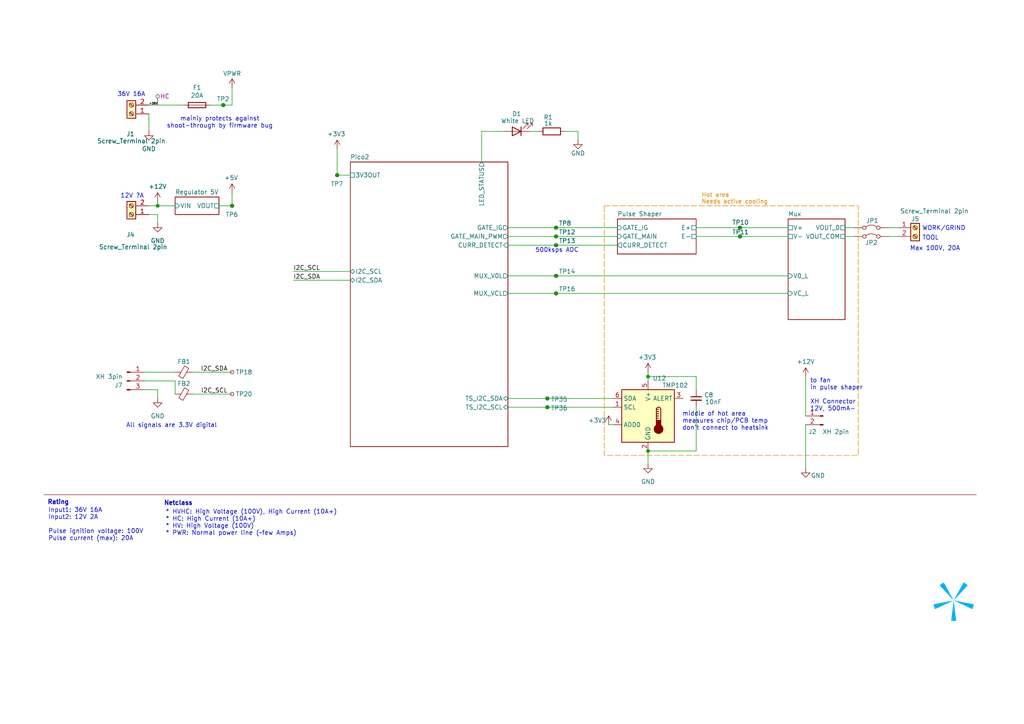
<source format=kicad_sch>
(kicad_sch (version 20250114) (generator "eeschema") (generator_version "9.0")
  (paper "A4")
  (title_block (title "PULSER") (date "2025-08-06") (rev "4") (company "Spark Project") (comment 1 "Author: 夕月霞 (xyx)") (comment 2 "EDM Pulse Generator Board"))
  (lib_symbols
    (symbol "Connector:Conn_01x02_Pin" (pin_names (offset 1.016) (hide yes))
      (property "Reference" "J" (at 0 2.54 0))
      (property "Value" "Conn_01x02_Pin" (at 0 -5.08 0))
      (symbol "Conn_01x02_Pin_1_1"
        (rectangle (start 0.8636 0.127) (end 0 -0.127) (stroke (width 0.1524)) (fill (type outline)))
        (rectangle (start 0.8636 -2.413) (end 0 -2.667) (stroke (width 0.1524)) (fill (type outline)))
        (polyline (pts (xy 1.27 0) (xy 0.8636 0)) (stroke (width 0.1524)))
        (polyline (pts (xy 1.27 -2.54) (xy 0.8636 -2.54)) (stroke (width 0.1524)))
        (pin passive line (at 5.08 0 180) (length 3.81) (name "Pin_1") (number "1"))
        (pin passive line (at 5.08 -2.54 180) (length 3.81) (name "Pin_2") (number "2"))
      )
    )
    (symbol "Connector:Conn_01x03_Pin" (pin_names (offset 1.016) (hide yes))
      (property "Reference" "J" (at 0 5.08 0))
      (property "Value" "Conn_01x03_Pin" (at 0 -5.08 0))
      (symbol "Conn_01x03_Pin_1_1"
        (rectangle (start 0.8636 2.667) (end 0 2.413) (stroke (width 0.1524)) (fill (type outline)))
        (rectangle (start 0.8636 0.127) (end 0 -0.127) (stroke (width 0.1524)) (fill (type outline)))
        (rectangle (start 0.8636 -2.413) (end 0 -2.667) (stroke (width 0.1524)) (fill (type outline)))
        (polyline (pts (xy 1.27 2.54) (xy 0.8636 2.54)) (stroke (width 0.1524)))
        (polyline (pts (xy 1.27 0) (xy 0.8636 0)) (stroke (width 0.1524)))
        (polyline (pts (xy 1.27 -2.54) (xy 0.8636 -2.54)) (stroke (width 0.1524)))
        (pin passive line (at 5.08 2.54 180) (length 3.81) (name "Pin_1") (number "1"))
        (pin passive line (at 5.08 0 180) (length 3.81) (name "Pin_2") (number "2"))
        (pin passive line (at 5.08 -2.54 180) (length 3.81) (name "Pin_3") (number "3"))
      )
    )
    (symbol "Connector:Screw_Terminal_01x02" (pin_names (offset 1.016) (hide yes))
      (property "Reference" "J" (at 0 2.54 0))
      (property "Value" "Screw_Terminal_01x02" (at 0 -5.08 0))
      (symbol "Screw_Terminal_01x02_1_1"
        (rectangle (start -1.27 1.27) (end 1.27 -3.81) (stroke (width 0.254)) (fill (type background)))
        (polyline (pts (xy -0.5334 0.3302) (xy 0.3302 -0.508)) (stroke (width 0.1524)))
        (polyline (pts (xy -0.5334 -2.2098) (xy 0.3302 -3.048)) (stroke (width 0.1524)))
        (polyline (pts (xy -0.3556 0.508) (xy 0.508 -0.3302)) (stroke (width 0.1524)))
        (polyline (pts (xy -0.3556 -2.032) (xy 0.508 -2.8702)) (stroke (width 0.1524)))
        (circle (center 0 0) (radius 0.635) (stroke (width 0.1524)))
        (circle (center 0 -2.54) (radius 0.635) (stroke (width 0.1524)))
        (pin passive line (at -5.08 0 0) (length 3.81) (name "Pin_1") (number "1"))
        (pin passive line (at -5.08 -2.54 0) (length 3.81) (name "Pin_2") (number "2"))
      )
    )
    (symbol "Connector:TestPoint_Small" (pin_numbers (hide yes)) (pin_names (offset 0.762) (hide yes))
      (property "Reference" "TP" (at 0 3.81 0))
      (property "Value" "TestPoint_Small" (at 0 2.032 0))
      (symbol "TestPoint_Small_0_1"
        (circle (center 0 0) (radius 0.508))
      )
      (symbol "TestPoint_Small_1_1"
        (pin passive line (at 0 0 90) (length 0) (name "1") (number "1"))
      )
    )
    (symbol "Device:C_Small" (pin_numbers (hide yes)) (pin_names (offset 0.254) (hide yes))
      (property "Reference" "C" (at 0.254 1.778 0))
      (property "Value" "C_Small" (at 0.254 -2.032 0))
      (symbol "C_Small_0_1"
        (polyline (pts (xy -1.524 0.508) (xy 1.524 0.508)) (stroke (width 0.3048)))
        (polyline (pts (xy -1.524 -0.508) (xy 1.524 -0.508)) (stroke (width 0.3302)))
      )
      (symbol "C_Small_1_1"
        (pin passive line (at 0 2.54 270) (length 2.032) (name "~") (number "1"))
        (pin passive line (at 0 -2.54 90) (length 2.032) (name "~") (number "2"))
      )
    )
    (symbol "Device:FerriteBead_Small" (pin_numbers (hide yes)) (pin_names (offset 0))
      (property "Reference" "FB" (at 1.905 1.27 0))
      (property "Value" "FerriteBead_Small" (at 1.905 -1.27 0))
      (symbol "FerriteBead_Small_0_1"
        (polyline (pts (xy -1.8288 0.2794) (xy -1.1176 1.4986) (xy 1.8288 -0.2032) (xy 1.1176 -1.4224) (xy -1.8288 0.2794)))
        (polyline (pts (xy 0 0.889) (xy 0 1.2954)))
        (polyline (pts (xy 0 -1.27) (xy 0 -0.7874)))
      )
      (symbol "FerriteBead_Small_1_1"
        (pin passive line (at 0 2.54 270) (length 1.27) (name "~") (number "1"))
        (pin passive line (at 0 -2.54 90) (length 1.27) (name "~") (number "2"))
      )
    )
    (symbol "Device:Fuse" (pin_numbers (hide yes)) (pin_names (offset 0))
      (property "Reference" "F" (at 2.032 0 90))
      (property "Value" "Fuse" (at -1.905 0 90))
      (symbol "Fuse_0_1"
        (rectangle (start -0.762 -2.54) (end 0.762 2.54) (stroke (width 0.254)))
        (polyline (pts (xy 0 2.54) (xy 0 -2.54)))
      )
      (symbol "Fuse_1_1"
        (pin passive line (at 0 3.81 270) (length 1.27) (name "~") (number "1"))
        (pin passive line (at 0 -3.81 90) (length 1.27) (name "~") (number "2"))
      )
    )
    (symbol "Device:LED" (pin_numbers (hide yes)) (pin_names (offset 1.016) (hide yes))
      (property "Reference" "D" (at 0 2.54 0))
      (property "Value" "LED" (at 0 -2.54 0))
      (symbol "LED_0_1"
        (polyline (pts (xy -3.048 -0.762) (xy -4.572 -2.286) (xy -3.81 -2.286) (xy -4.572 -2.286) (xy -4.572 -1.524)))
        (polyline (pts (xy -1.778 -0.762) (xy -3.302 -2.286) (xy -2.54 -2.286) (xy -3.302 -2.286) (xy -3.302 -1.524)))
        (polyline (pts (xy -1.27 0) (xy 1.27 0)))
        (polyline (pts (xy -1.27 -1.27) (xy -1.27 1.27)) (stroke (width 0.254)))
        (polyline (pts (xy 1.27 -1.27) (xy 1.27 1.27) (xy -1.27 0) (xy 1.27 -1.27)) (stroke (width 0.254)))
      )
      (symbol "LED_1_1"
        (pin passive line (at -3.81 0 0) (length 2.54) (name "K") (number "1"))
        (pin passive line (at 3.81 0 180) (length 2.54) (name "A") (number "2"))
      )
    )
    (symbol "Device:R" (pin_numbers (hide yes)) (pin_names (offset 0))
      (property "Reference" "R" (at 2.032 0 90))
      (property "Value" "R" (at 0 0 90))
      (symbol "R_0_1"
        (rectangle (start -1.016 -2.54) (end 1.016 2.54) (stroke (width 0.254)))
      )
      (symbol "R_1_1"
        (pin passive line (at 0 3.81 270) (length 1.27) (name "~") (number "1"))
        (pin passive line (at 0 -3.81 90) (length 1.27) (name "~") (number "2"))
      )
    )
    (symbol "Jumper:Jumper_2_Bridged" (pin_numbers (hide yes)) (pin_names (offset 0) (hide yes)) (exclude_from_sim yes)
      (property "Reference" "JP" (at 0 1.905 0))
      (property "Value" "Jumper_2_Bridged" (at 0 -2.54 0))
      (symbol "Jumper_2_Bridged_0_0"
        (circle (center -2.032 0) (radius 0.508))
        (circle (center 2.032 0) (radius 0.508))
      )
      (symbol "Jumper_2_Bridged_0_1"
        (arc (start -1.524 0.254) (mid 0 0.762) (end 1.524 0.254))
      )
      (symbol "Jumper_2_Bridged_1_1"
        (pin passive line (at -5.08 0 0) (length 2.54) (name "A") (number "1"))
        (pin passive line (at 5.08 0 180) (length 2.54) (name "B") (number "2"))
      )
    )
    (symbol "Sensor_Temperature:TMP102xxDRL"
      (property "Reference" "U" (at -2.54 10.795 0))
      (property "Value" "TMP102xxDRL" (at -2.54 8.89 0))
      (symbol "TMP102xxDRL_0_1"
        (rectangle (start -7.62 7.62) (end 7.62 -7.62) (stroke (width 0.254)) (fill (type background)))
      )
      (symbol "TMP102xxDRL_1_1"
        (polyline (pts (xy 2.413 1.905) (xy 2.413 -1.27)) (stroke (width 0.254)))
        (polyline (pts (xy 2.413 1.905) (xy 3.048 1.905)) (stroke (width 0.254)))
        (polyline (pts (xy 2.413 1.27) (xy 3.048 1.27)) (stroke (width 0.254)))
        (polyline (pts (xy 2.413 0.635) (xy 3.048 0.635)) (stroke (width 0.254)))
        (polyline (pts (xy 2.413 0) (xy 3.048 0)) (stroke (width 0.254)))
        (polyline (pts (xy 2.413 -0.635) (xy 3.048 -0.635)) (stroke (width 0.254)))
        (arc (start 2.413 1.905) (mid 3.048 2.5373) (end 3.683 1.905) (stroke (width 0.254)))
        (circle (center 3.048 -3.81) (radius 1.27) (stroke (width 0.254)) (fill (type outline)))
        (polyline (pts (xy 3.683 1.905) (xy 3.683 -1.27)) (stroke (width 0.254)))
        (rectangle (start 3.683 -3.175) (end 2.413 -1.27) (stroke (width 0.254)) (fill (type outline)))
        (pin bidirectional line (at -10.16 5.08 0) (length 2.54) (name "SDA") (number "6"))
        (pin input line (at -10.16 2.54 0) (length 2.54) (name "SCL") (number "1"))
        (pin input line (at -10.16 -2.54 0) (length 2.54) (name "ADD0") (number "4"))
        (pin power_in line (at 0 10.16 270) (length 2.54) (name "V+") (number "5"))
        (pin power_in line (at 0 -10.16 90) (length 2.54) (name "GND") (number "2"))
        (pin open_collector line (at 10.16 5.08 180) (length 2.54) (name "ALERT") (number "3"))
      )
    )
    (symbol "power:GND" (power) (pin_numbers (hide yes)) (pin_names (offset 0) (hide yes))
      (property "Value" "GND" (at 0 -3.81 0))
      (symbol "GND_0_1"
        (polyline (pts (xy 0 0) (xy 0 -1.27) (xy 1.27 -1.27) (xy 0 -2.54) (xy -1.27 -1.27) (xy 0 -1.27)))
      )
      (symbol "GND_1_1"
        (pin power_in line (at 0 0 270) (length 0) (name "~") (number "1"))
      )
    )
    (symbol "power:VCC" (power) (pin_numbers (hide yes)) (pin_names (offset 0) (hide yes))
      (property "Value" "VCC" (at 0 3.556 0))
      (symbol "VCC_0_1"
        (polyline (pts (xy -0.762 1.27) (xy 0 2.54)))
        (polyline (pts (xy 0 2.54) (xy 0.762 1.27)))
        (polyline (pts (xy 0 0) (xy 0 2.54)))
      )
      (symbol "VCC_1_1"
        (pin power_in line (at 0 0 90) (length 0) (name "~") (number "1"))
      )
    )
    (symbol "power:VDD" (power) (pin_numbers (hide yes)) (pin_names (offset 0) (hide yes))
      (property "Value" "VDD" (at 0 3.556 0))
      (symbol "VDD_0_1"
        (polyline (pts (xy -0.762 1.27) (xy 0 2.54)))
        (polyline (pts (xy 0 2.54) (xy 0.762 1.27)))
        (polyline (pts (xy 0 0) (xy 0 2.54)))
      )
      (symbol "VDD_1_1"
        (pin power_in line (at 0 0 90) (length 0) (name "~") (number "1"))
      )
    )
  )
  (rectangle (start 175.26 59.69) (end 248.92 132.08) (stroke (width 0) (type dash) (color 221 133 0 1)))
  (text "Max 100V, 20A\n" (at 263.906 72.136 0) (effects (font (size 1.27 1.27)) (justify left)))
  (text "Rating" (at 13.716 145.034 0) (effects (font (size 1.27 1.27) (thickness 0.254) (bold yes)) (justify left top)))
  (text "Input1: 36V 16A\nInput2: 12V 2A\n\nPulse ignition voltage: 100V\nPulse current (max): 20A" (at 13.97 147.32 0) (effects (font (size 1.27 1.27)) (justify left top)))
  (text "to fan\nin pulse shaper\n\nXH Connector\n12V, 500mA-" (at 234.95 114.554 0) (effects (font (size 1.27 1.27)) (justify left)))
  (text "mainly protects against\nshoot-through by firmware bug" (at 63.754 35.56 0) (effects (font (size 1.27 1.27))))
  (text "All signals are 3.3V digital\n" (at 49.784 123.444 0) (effects (font (size 1.27 1.27))))
  (text "middle of hot area\nmeasures chip/PCB temp\ndon't connect to heatsink" (at 197.866 122.174 0) (effects (font (size 1.27 1.27)) (justify left)))
  (text "36V 16A" (at 38.1 27.432 0) (effects (font (size 1.27 1.27))))
  (text "Hot area\nNeeds active cooling" (at 203.454 57.658 0) (effects (font (size 1.2 1.2) (thickness 0.1588)) (justify left)))
  (text "12V ?A" (at 38.354 56.896 0) (effects (font (size 1.27 1.27))))
  (text "* HVHC: High Voltage (100V), High Current (10A+)\n* HC: High Current (10A+)\n* HV: High Voltage (100V)\n* PWR: Normal power line (~few Amps)" (at 48.006 147.828 0) (effects (font (size 1.27 1.27)) (justify left top)))
  (text "TOOL" (at 267.462 69.088 0) (effects (font (size 1.27 1.27)) (justify left)))
  (text "500ksps ADC" (at 161.544 72.644 0) (effects (font (size 1.27 1.27))))
  (text "Netclass" (at 47.498 145.288 0) (effects (font (size 1.27 1.27) (thickness 0.254) (bold yes)) (justify left top)))
  (text "WORK/GRIND" (at 267.462 66.294 0) (effects (font (size 1.27 1.27)) (justify left)))
  (junction (at 161.29 80.01))
  (junction (at 64.77 30.48))
  (junction (at 67.31 59.69))
  (junction (at 45.72 59.69))
  (junction (at 161.29 85.09))
  (junction (at 161.29 66.04))
  (junction (at 97.79 50.8))
  (junction (at 187.96 109.22))
  (junction (at 187.96 130.81))
  (junction (at 214.63 68.58))
  (junction (at 214.63 66.04))
  (junction (at 158.75 115.57))
  (junction (at 161.29 71.12))
  (junction (at 161.29 68.58))
  (junction (at 158.75 118.11))
  (wire (pts (xy 41.91 113.03) (xy 45.72 113.03)))
  (wire (pts (xy 45.72 59.69) (xy 50.8 59.69)))
  (wire (pts (xy 201.93 68.58) (xy 214.63 68.58)))
  (wire (pts (xy 43.18 59.69) (xy 45.72 59.69)))
  (wire (pts (xy 176.53 123.19) (xy 177.8 123.19)))
  (wire (pts (xy 187.96 107.95) (xy 187.96 109.22)))
  (wire (pts (xy 45.72 62.23) (xy 45.72 64.77)))
  (wire (pts (xy 45.72 59.69) (xy 45.72 58.42)))
  (wire (pts (xy 163.83 38.1) (xy 167.64 38.1)))
  (wire (pts (xy 233.68 109.22) (xy 233.68 120.65)))
  (wire (pts (xy 139.7 38.1) (xy 146.05 38.1)))
  (wire (pts (xy 158.75 118.11) (xy 177.8 118.11)))
  (wire (pts (xy 45.72 113.03) (xy 45.72 115.57)))
  (wire (pts (xy 55.88 107.95) (xy 67.31 107.95)))
  (wire (pts (xy 43.18 30.48) (xy 53.34 30.48)))
  (wire (pts (xy 41.91 107.95) (xy 50.8 107.95)))
  (wire (pts (xy 147.32 80.01) (xy 161.29 80.01)))
  (wire (pts (xy 43.18 62.23) (xy 45.72 62.23)))
  (wire (pts (xy 161.29 71.12) (xy 179.07 71.12)))
  (wire (pts (xy 85.09 81.28) (xy 101.6 81.28)))
  (wire (pts (xy 153.67 38.1) (xy 156.21 38.1)))
  (wire (pts (xy 43.18 33.02) (xy 43.18 38.1)))
  (wire (pts (xy 257.81 68.58) (xy 260.35 68.58)))
  (wire (pts (xy 67.31 25.4) (xy 67.31 30.48)))
  (wire (pts (xy 245.11 66.04) (xy 247.65 66.04)))
  (wire (pts (xy 161.29 85.09) (xy 228.6 85.09)))
  (wire (pts (xy 187.96 109.22) (xy 187.96 110.49)))
  (wire (pts (xy 187.96 130.81) (xy 187.96 134.62)))
  (wire (pts (xy 214.63 66.04) (xy 228.6 66.04)))
  (wire (pts (xy 64.77 30.48) (xy 67.31 30.48)))
  (wire (pts (xy 85.09 78.74) (xy 101.6 78.74)))
  (wire (pts (xy 147.32 71.12) (xy 161.29 71.12)))
  (wire (pts (xy 147.32 68.58) (xy 161.29 68.58)))
  (wire (pts (xy 167.64 38.1) (xy 167.64 40.64)))
  (wire (pts (xy 245.11 68.58) (xy 247.65 68.58)))
  (wire (pts (xy 161.29 80.01) (xy 228.6 80.01)))
  (polyline (pts (xy 12.7 143.51) (xy 283.21 143.51)) (stroke (width 0.127) (type solid) (color 132 0 0 1)))
  (wire (pts (xy 41.91 110.49) (xy 50.8 110.49)))
  (wire (pts (xy 201.93 118.11) (xy 201.93 130.81)))
  (wire (pts (xy 147.32 66.04) (xy 161.29 66.04)))
  (wire (pts (xy 55.88 114.3) (xy 67.31 114.3)))
  (wire (pts (xy 97.79 50.8) (xy 101.6 50.8)))
  (wire (pts (xy 201.93 109.22) (xy 187.96 109.22)))
  (wire (pts (xy 201.93 113.03) (xy 201.93 109.22)))
  (wire (pts (xy 50.8 110.49) (xy 50.8 114.3)))
  (wire (pts (xy 147.32 118.11) (xy 158.75 118.11)))
  (wire (pts (xy 214.63 68.58) (xy 228.6 68.58)))
  (wire (pts (xy 60.96 30.48) (xy 64.77 30.48)))
  (wire (pts (xy 201.93 130.81) (xy 187.96 130.81)))
  (wire (pts (xy 139.7 38.1) (xy 139.7 46.99)))
  (wire (pts (xy 63.5 59.69) (xy 67.31 59.69)))
  (wire (pts (xy 201.93 66.04) (xy 214.63 66.04)))
  (wire (pts (xy 161.29 66.04) (xy 179.07 66.04)))
  (wire (pts (xy 161.29 68.58) (xy 179.07 68.58)))
  (wire (pts (xy 67.31 59.69) (xy 67.31 55.88)))
  (wire (pts (xy 257.81 66.04) (xy 260.35 66.04)))
  (wire (pts (xy 147.32 85.09) (xy 161.29 85.09)))
  (wire (pts (xy 233.68 123.19) (xy 233.68 135.89)))
  (wire (pts (xy 147.32 115.57) (xy 158.75 115.57)))
  (wire (pts (xy 158.75 115.57) (xy 177.8 115.57)))
  (wire (pts (xy 97.79 43.18) (xy 97.79 50.8)))
  (image (at 276.606 174.498) (scale 1.13867))
  (label "I2C_SCL" (at 66.04 114.3 180))
  (label "+36V" (at 43.18 30.48 0) (effects (font (size 0.6 0.6))))
  (label "I2C_SDA" (at 85.09 81.28 0))
  (label "I2C_SCL" (at 85.09 78.74 0))
  (label "I2C_SDA" (at 66.04 107.95 180))
  (netclass_flag "" (length 2.54) (shape round) (at 45.72 30.48 0) (property "Netclass" "HC" (at 46.4185 27.94 0) (effects (justify left))))
  (symbol (lib_id "Connector:TestPoint_Small") (at 64.77 30.48 180) (unit 1) (in_bom no)
    (property "Reference" "TP2" (at 66.548 28.702 0) (effects (justify left)))
    (property "Value" "TestPoint_Small" (effects (hide yes)))
    (property "Footprint" "TestPoint:TestPoint_Pad_D1.5mm" (effects (hide yes)))
    (property "Description" "test point" (effects (hide yes)))
  )
  (symbol (lib_id "Sensor_Temperature:TMP102xxDRL") (at 187.96 120.65 0) (unit 1)
    (property "Reference" "U12" (at 191.262 109.728 0))
    (property "Value" "TMP102" (at 195.834 111.76 0))
    (property "Footprint" "Package_TO_SOT_SMD:SOT-563" (effects (hide yes)))
    (property "Datasheet" "https://www.ti.com/lit/ds/symlink/tmp102.pdf" (effects (hide yes)))
    (property "Description" "Digital Temperature Sensor, ±3°C, low-Power, SMBus, 12 bit, Two-Wire Serial Interface, SOT-563" (effects (hide yes)))
    (property "LCSC" "C99269" (effects (hide yes)))
  )
  (symbol (lib_id "Device:R") (at 160.02 38.1 90) (unit 1)
    (property "Reference" "R1" (at 159.004 34.036 90))
    (property "Value" "1k" (at 159.004 35.814 90))
    (property "Footprint" "Resistor_SMD:R_0603_1608Metric" (effects (hide yes)))
    (property "Description" "Resistor" (effects (hide yes)))
    (property "LCSC" "C21190" (effects (hide yes)))
  )
  (symbol (lib_id "Connector:Conn_01x03_Pin") (at 36.83 110.49 0) (unit 1)
    (property "Reference" "J7" (at 35.56 111.7601 0) (effects (justify right)))
    (property "Value" "XH 3pin" (at 35.56 109.2201 0) (effects (justify right)))
    (property "Footprint" "Connector_JST:JST_XH_B3B-XH-AM_1x03_P2.50mm_Vertical" (effects (hide yes)))
    (property "Description" "Generic connector, single row, 01x03, script generated" (effects (hide yes)))
    (property "LCSC" "C161870" (effects (hide yes)))
  )
  (symbol (lib_id "Connector:Screw_Terminal_01x02") (at 265.43 66.04 0) (unit 1)
    (property "Reference" "J5" (at 265.43 63.5 0))
    (property "Value" "Screw_Terminal 2pin" (at 271.018 61.214 0))
    (property "Footprint" "SparkAll:Wurth_TerminalBlock_2pin_P5mm_691137710002" (effects (hide yes)))
    (property "Description" "Generic screw terminal, single row, 01x02, script generated (kicad-library-utils/schlib/autogen/connector/)" (effects (hide yes)))
    (property "LCSC" "C8269" (effects (hide yes)))
  )
  (symbol (lib_id "Connector:Screw_Terminal_01x02") (at 38.1 62.23 180) (unit 1)
    (property "Reference" "J4" (at 37.846 68.072 0))
    (property "Value" "Screw_Terminal 2pin" (at 38.608 71.628 0))
    (property "Footprint" "SparkAll:Wurth_TerminalBlock_2pin_P5mm_691137710002" (effects (hide yes)))
    (property "Description" "Generic screw terminal, single row, 01x02, script generated (kicad-library-utils/schlib/autogen/connector/)" (effects (hide yes)))
    (property "LCSC" "C8269" (effects (hide yes)))
  )
  (symbol (lib_id "power:VCC") (at 97.79 43.18 0) (unit 1)
    (property "Reference" "#PWR08" (effects (hide yes)))
    (property "Value" "+3V3" (at 97.536 38.862 0))
    (property "Description" "Power symbol creates a global label with name \"VCC\"" (effects (hide yes)))
  )
  (symbol (lib_id "Connector:TestPoint_Small") (at 161.29 85.09 0) (unit 1) (in_bom no)
    (property "Reference" "TP16" (at 162.052 83.82 0) (effects (justify left)))
    (property "Value" "TestPoint_Small" (effects (hide yes)))
    (property "Footprint" "TestPoint:TestPoint_Pad_D1.5mm" (effects (hide yes)))
    (property "Description" "test point" (effects (hide yes)))
  )
  (symbol (lib_id "Connector:Conn_01x02_Pin") (at 238.76 120.65 0) (mirror y) (unit 1)
    (property "Reference" "J2" (at 234.442 125.222 0) (effects (justify right)))
    (property "Value" "XH 2pin" (at 238.506 125.222 0) (effects (justify right)))
    (property "Footprint" "Connector_JST:JST_XH_B2B-XH-AM_1x02_P2.50mm_Vertical" (effects (hide yes)))
    (property "Description" "Generic connector, single row, 01x02, script generated" (effects (hide yes)))
    (property "LCSC" "C161869" (effects (hide yes)))
  )
  (symbol (lib_id "Connector:TestPoint_Small") (at 67.31 59.69 180) (unit 1) (in_bom no)
    (property "Reference" "TP6" (at 69.088 62.23 0) (effects (justify left)))
    (property "Value" "TestPoint_Small" (effects (hide yes)))
    (property "Footprint" "TestPoint:TestPoint_Pad_D1.5mm" (effects (hide yes)))
    (property "Description" "test point" (effects (hide yes)))
  )
  (symbol (lib_id "Connector:TestPoint_Small") (at 158.75 118.11 0) (unit 1) (in_bom no)
    (property "Reference" "TP36" (at 159.766 118.364 0) (effects (justify left)))
    (property "Value" "TestPoint_Small" (effects (hide yes)))
    (property "Footprint" "TestPoint:TestPoint_Pad_D1.5mm" (effects (hide yes)))
    (property "Description" "test point" (effects (hide yes)))
  )
  (symbol (lib_id "Connector:TestPoint_Small") (at 214.63 68.58 0) (unit 1) (in_bom no)
    (property "Reference" "TP11" (at 212.344 67.31 0) (effects (justify left)))
    (property "Value" "TestPoint_Small" (effects (hide yes)))
    (property "Footprint" "TestPoint:TestPoint_Pad_D1.5mm" (effects (hide yes)))
    (property "Description" "test point" (effects (hide yes)))
  )
  (symbol (lib_id "power:GND") (at 45.72 64.77 0) (unit 1)
    (property "Reference" "#PWR024" (effects (hide yes)))
    (property "Value" "GND" (at 45.72 69.85 0))
    (property "Description" "Power symbol creates a global label with name \"GND\" , ground" (effects (hide yes)))
  )
  (symbol (lib_id "Connector:TestPoint_Small") (at 161.29 68.58 0) (unit 1) (in_bom no)
    (property "Reference" "TP12" (at 162.052 67.31 0) (effects (justify left)))
    (property "Value" "TestPoint_Small" (effects (hide yes)))
    (property "Footprint" "TestPoint:TestPoint_Pad_D1.5mm" (effects (hide yes)))
    (property "Description" "test point" (effects (hide yes)))
  )
  (symbol (lib_id "Connector:TestPoint_Small") (at 214.63 66.04 0) (unit 1) (in_bom no)
    (property "Reference" "TP10" (at 212.344 64.516 0) (effects (justify left)))
    (property "Value" "TestPoint_Small" (effects (hide yes)))
    (property "Footprint" "TestPoint:TestPoint_Pad_D1.5mm" (effects (hide yes)))
    (property "Description" "test point" (effects (hide yes)))
  )
  (symbol (lib_id "Connector:TestPoint_Small") (at 158.75 115.57 0) (unit 1) (in_bom no)
    (property "Reference" "TP35" (at 159.766 115.824 0) (effects (justify left)))
    (property "Value" "TestPoint_Small" (effects (hide yes)))
    (property "Footprint" "TestPoint:TestPoint_Pad_D1.5mm" (effects (hide yes)))
    (property "Description" "test point" (effects (hide yes)))
  )
  (symbol (lib_id "Device:LED") (at 149.86 38.1 180) (unit 1)
    (property "Reference" "D1" (at 149.86 33.02 0))
    (property "Value" "White LED" (at 150.114 35.052 0))
    (property "Footprint" "LED_SMD:LED_0603_1608Metric" (effects (hide yes)))
    (property "Description" "Light emitting diode" (effects (hide yes)))
    (property "LCSC" "C2290" (effects (hide yes)))
  )
  (symbol (lib_id "power:GND") (at 45.72 115.57 0) (unit 1)
    (property "Reference" "#PWR011" (effects (hide yes)))
    (property "Value" "GND" (at 45.72 120.65 0))
    (property "Description" "Power symbol creates a global label with name \"GND\" , ground" (effects (hide yes)))
  )
  (symbol (lib_id "power:GND") (at 233.68 135.89 0) (unit 1)
    (property "Reference" "#PWR09" (effects (hide yes)))
    (property "Value" "GND" (at 237.236 137.922 0))
    (property "Description" "Power symbol creates a global label with name \"GND\" , ground" (effects (hide yes)))
  )
  (symbol (lib_id "Device:FerriteBead_Small") (at 53.34 114.3 90) (unit 1)
    (property "Reference" "FB2" (at 53.34 111.252 90))
    (property "Value" "FerriteBead_Small" (effects (hide yes)))
    (property "Footprint" "Inductor_SMD:L_0603_1608Metric" (effects (hide yes)))
    (property "Description" "Ferrite bead, small symbol" (effects (hide yes)))
    (property "LCSC" "C88986" (effects (hide yes)))
  )
  (symbol (lib_id "Connector:TestPoint_Small") (at 161.29 66.04 0) (unit 1) (in_bom no)
    (property "Reference" "TP8" (at 162.052 64.77 0) (effects (justify left)))
    (property "Value" "TestPoint_Small" (effects (hide yes)))
    (property "Footprint" "TestPoint:TestPoint_Pad_D1.5mm" (effects (hide yes)))
    (property "Description" "test point" (effects (hide yes)))
  )
  (symbol (lib_id "Jumper:Jumper_2_Bridged") (at 252.73 66.04 0) (unit 1)
    (property "Reference" "JP1" (at 252.984 64.008 0))
    (property "Value" "Jumper_2_Bridged" (effects (hide yes)))
    (property "Footprint" "SparkAll:HoTCu-10.2D-0R" (effects (hide yes)))
    (property "Description" "Jumper, 2-pole, closed/bridged" (effects (hide yes)))
    (property "LCSC" "C5127898" (effects (hide yes)))
  )
  (symbol (lib_id "Jumper:Jumper_2_Bridged") (at 252.73 68.58 0) (unit 1)
    (property "Reference" "JP2" (at 252.73 70.358 0))
    (property "Value" "Jumper_2_Bridged" (effects (hide yes)))
    (property "Footprint" "SparkAll:HoTCu-10.2D-0R" (effects (hide yes)))
    (property "Description" "Jumper, 2-pole, closed/bridged" (effects (hide yes)))
    (property "LCSC" "C5127898" (effects (hide yes)))
  )
  (symbol (lib_id "power:VDD") (at 233.68 109.22 0) (unit 1)
    (property "Reference" "#PWR02" (effects (hide yes)))
    (property "Value" "+12V" (at 233.68 104.902 0))
    (property "Description" "Power symbol creates a global label with name \"VDD\"" (effects (hide yes)))
  )
  (symbol (lib_id "Device:C_Small") (at 201.93 115.57 0) (unit 1)
    (property "Reference" "C8" (at 204.216 114.554 0) (effects (justify left)))
    (property "Value" "10nF" (at 204.47 116.586 0) (effects (justify left)))
    (property "Footprint" "Capacitor_SMD:C_0603_1608Metric" (effects (hide yes)))
    (property "Description" "Unpolarized capacitor, small symbol" (effects (hide yes)))
    (property "LCSC" "C57112" (effects (hide yes)))
  )
  (symbol (lib_id "power:VDD") (at 45.72 58.42 0) (unit 1)
    (property "Reference" "#PWR025" (effects (hide yes)))
    (property "Value" "+12V" (at 45.72 54.102 0))
    (property "Description" "Power symbol creates a global label with name \"VDD\"" (effects (hide yes)))
  )
  (symbol (lib_id "Device:Fuse") (at 57.15 30.48 90) (unit 1)
    (property "Reference" "F1" (at 57.15 25.4 90))
    (property "Value" "20A" (at 57.15 27.686 90))
    (property "Footprint" "Fuse:Fuse_Littelfuse-NANO2-451_453" (effects (hide yes)))
    (property "Description" "Fuse" (effects (hide yes)))
    (property "LCSC" "C178980" (effects (hide yes)))
  )
  (symbol (lib_id "power:GND") (at 167.64 40.64 0) (unit 1)
    (property "Reference" "#PWR05" (effects (hide yes)))
    (property "Value" "GND" (at 167.64 44.45 0))
    (property "Description" "Power symbol creates a global label with name \"GND\" , ground" (effects (hide yes)))
  )
  (symbol (lib_id "Connector:TestPoint_Small") (at 161.29 71.12 0) (unit 1) (in_bom no)
    (property "Reference" "TP13" (at 162.052 69.85 0) (effects (justify left)))
    (property "Value" "TestPoint_Small" (effects (hide yes)))
    (property "Footprint" "TestPoint:TestPoint_Pad_D1.5mm" (effects (hide yes)))
    (property "Description" "test point" (effects (hide yes)))
  )
  (symbol (lib_id "Connector:TestPoint_Small") (at 67.31 107.95 270) (unit 1) (in_bom no)
    (property "Reference" "TP18" (at 68.326 107.95 90) (effects (justify left)))
    (property "Value" "TestPoint_Small" (effects (hide yes)))
    (property "Footprint" "TestPoint:TestPoint_Pad_D1.5mm" (effects (hide yes)))
    (property "Description" "test point" (effects (hide yes)))
  )
  (symbol (lib_id "power:GND") (at 43.18 38.1 0) (unit 1)
    (property "Reference" "#PWR04" (effects (hide yes)))
    (property "Value" "GND" (at 43.18 43.18 0))
    (property "Description" "Power symbol creates a global label with name \"GND\" , ground" (effects (hide yes)))
  )
  (symbol (lib_id "Connector:TestPoint_Small") (at 161.29 80.01 0) (unit 1) (in_bom no)
    (property "Reference" "TP14" (at 162.052 78.74 0) (effects (justify left)))
    (property "Value" "TestPoint_Small" (effects (hide yes)))
    (property "Footprint" "TestPoint:TestPoint_Pad_D1.5mm" (effects (hide yes)))
    (property "Description" "test point" (effects (hide yes)))
  )
  (symbol (lib_id "Connector:TestPoint_Small") (at 67.31 114.3 270) (unit 1) (in_bom no)
    (property "Reference" "TP20" (at 68.326 114.3 90) (effects (justify left)))
    (property "Value" "TestPoint_Small" (effects (hide yes)))
    (property "Footprint" "TestPoint:TestPoint_Pad_D1.5mm" (effects (hide yes)))
    (property "Description" "test point" (effects (hide yes)))
  )
  (symbol (lib_id "power:VCC") (at 67.31 25.4 0) (unit 1)
    (property "Reference" "#PWR01" (effects (hide yes)))
    (property "Value" "VPWR" (at 67.31 21.336 0))
    (property "Description" "Power symbol creates a global label with name \"VCC\"" (effects (hide yes)))
  )
  (symbol (lib_id "power:VCC") (at 176.53 123.19 0) (unit 1)
    (property "Reference" "#PWR040" (effects (hide yes)))
    (property "Value" "+3V3" (at 173.228 121.92 0))
    (property "Description" "Power symbol creates a global label with name \"VCC\"" (effects (hide yes)))
  )
  (symbol (lib_id "Connector:Screw_Terminal_01x02") (at 38.1 33.02 180) (unit 1)
    (property "Reference" "J1" (at 37.846 38.862 0))
    (property "Value" "Screw_Terminal 2pin" (at 38.1 40.894 0))
    (property "Footprint" "SparkAll:Wurth_TerminalBlock_2pin_P5mm_691137710002" (effects (hide yes)))
    (property "Description" "Generic screw terminal, single row, 01x02, script generated (kicad-library-utils/schlib/autogen/connector/)" (effects (hide yes)))
    (property "LCSC" "C8269" (effects (hide yes)))
  )
  (symbol (lib_id "power:VCC") (at 187.96 107.95 0) (unit 1)
    (property "Reference" "#PWR033" (effects (hide yes)))
    (property "Value" "+3V3" (at 187.706 103.632 0))
    (property "Description" "Power symbol creates a global label with name \"VCC\"" (effects (hide yes)))
  )
  (symbol (lib_id "power:GND") (at 187.96 134.62 0) (unit 1)
    (property "Reference" "#PWR021" (effects (hide yes)))
    (property "Value" "GND" (at 187.96 139.7 0))
    (property "Description" "Power symbol creates a global label with name \"GND\" , ground" (effects (hide yes)))
  )
  (symbol (lib_id "Connector:TestPoint_Small") (at 97.79 50.8 180) (unit 1) (in_bom no)
    (property "Reference" "TP7" (at 99.568 53.34 0) (effects (justify left)))
    (property "Value" "TestPoint_Small" (effects (hide yes)))
    (property "Footprint" "TestPoint:TestPoint_Pad_D1.5mm" (effects (hide yes)))
    (property "Description" "test point" (effects (hide yes)))
  )
  (symbol (lib_id "power:VCC") (at 67.31 55.88 0) (unit 1)
    (property "Reference" "#PWR07" (effects (hide yes)))
    (property "Value" "+5V" (at 67.056 51.562 0))
    (property "Description" "Power symbol creates a global label with name \"VCC\"" (effects (hide yes)))
  )
  (symbol (lib_id "Device:FerriteBead_Small") (at 53.34 107.95 90) (unit 1)
    (property "Reference" "FB1" (at 53.34 104.902 90))
    (property "Value" "FerriteBead_Small" (effects (hide yes)))
    (property "Footprint" "Inductor_SMD:L_0603_1608Metric" (effects (hide yes)))
    (property "Description" "Ferrite bead, small symbol" (effects (hide yes)))
    (property "LCSC" "C88986" (effects (hide yes)))
  )
  (sheet (at 50.8 57.15) (size 12.7 5.08) (stroke (width 0.1524))
    (property "Sheetname" "Regulator 5V" (at 50.8 56.4384 0) (effects (justify left bottom)))
    (property "Sheetfile" "regulator_5v.kicad_sch" (effects (hide yes)))
    (pin "VOUT" passive (at 63.5 59.69 0))
    (pin "VIN" input (at 50.8 59.69 180))
  )
  (sheet (at 228.6 63.5) (size 16.51 29.21) (stroke (width 0.1524))
    (property "Sheetname" "Mux" (at 228.6 62.7884 0) (effects (justify left bottom)))
    (property "Sheetfile" "relay_mux.kicad_sch" (effects (hide yes)))
    (pin "V-" passive (at 228.6 68.58 180))
    (pin "V+" passive (at 228.6 66.04 180))
    (pin "VOUT_COM" passive (at 245.11 68.58 0))
    (pin "VOUT_0" passive (at 245.11 66.04 0))
    (pin "V0_L" input (at 228.6 80.01 180))
    (pin "VC_L" input (at 228.6 85.09 180))
  )
  (sheet (at 101.6 46.99) (size 45.72 82.55) (stroke (width 0.1524))
    (property "Sheetname" "Pico2" (at 101.6 46.2784 0) (effects (justify left bottom)))
    (property "Sheetfile" "pico2.kicad_sch" (effects (hide yes)))
    (pin "LED_STATUS" output (at 139.7 46.99 90))
    (pin "I2C_SCL" bidirectional (at 101.6 78.74 180))
    (pin "I2C_SDA" bidirectional (at 101.6 81.28 180))
    (pin "3V3OUT" passive (at 101.6 50.8 180))
    (pin "CURR_DETECT" input (at 147.32 71.12 0))
    (pin "GATE_IG" output (at 147.32 66.04 0))
    (pin "GATE_MAIN_PWM" output (at 147.32 68.58 0))
    (pin "TS_I2C_SCL" bidirectional (at 147.32 118.11 0))
    (pin "TS_I2C_SDA" bidirectional (at 147.32 115.57 0))
    (pin "MUX_V0L" output (at 147.32 80.01 0))
    (pin "MUX_VCL" output (at 147.32 85.09 0))
  )
  (sheet (at 179.07 63.5) (size 22.86 10.16) (stroke (width 0.1524))
    (property "Sheetname" "Pulse Shaper" (at 179.07 62.7884 0) (effects (justify left bottom)))
    (property "Sheetfile" "pulse_shaper.kicad_sch" (effects (hide yes)))
    (pin "E+" passive (at 201.93 66.04 0))
    (pin "CURR_DETECT" output (at 179.07 71.12 180))
    (pin "E-" passive (at 201.93 68.58 0))
    (pin "GATE_MAIN" input (at 179.07 68.58 180))
    (pin "GATE_IG" input (at 179.07 66.04 180))
  )
)
</source>
